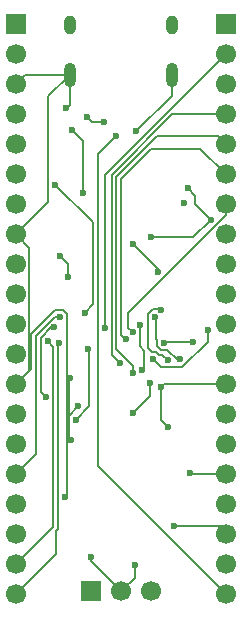
<source format=gbr>
%TF.GenerationSoftware,KiCad,Pcbnew,9.0.4*%
%TF.CreationDate,2025-10-30T00:52:22-04:00*%
%TF.ProjectId,DevBoard,44657642-6f61-4726-942e-6b696361645f,rev?*%
%TF.SameCoordinates,Original*%
%TF.FileFunction,Copper,L2,Bot*%
%TF.FilePolarity,Positive*%
%FSLAX46Y46*%
G04 Gerber Fmt 4.6, Leading zero omitted, Abs format (unit mm)*
G04 Created by KiCad (PCBNEW 9.0.4) date 2025-10-30 00:52:22*
%MOMM*%
%LPD*%
G01*
G04 APERTURE LIST*
%TA.AperFunction,HeatsinkPad*%
%ADD10O,1.000000X2.100000*%
%TD*%
%TA.AperFunction,HeatsinkPad*%
%ADD11O,1.000000X1.600000*%
%TD*%
%TA.AperFunction,ComponentPad*%
%ADD12R,1.700000X1.700000*%
%TD*%
%TA.AperFunction,ComponentPad*%
%ADD13C,1.700000*%
%TD*%
%TA.AperFunction,ViaPad*%
%ADD14C,0.600000*%
%TD*%
%TA.AperFunction,Conductor*%
%ADD15C,0.195000*%
%TD*%
G04 APERTURE END LIST*
D10*
%TO.P,J1,S1,SHIELD*%
%TO.N,GND*%
X104320000Y-80130000D03*
D11*
X104320000Y-75950000D03*
D10*
X95680000Y-80130000D03*
D11*
X95680000Y-75950000D03*
%TD*%
D12*
%TO.P,J4,1,Pin_1*%
%TO.N,SWCLK*%
X97460000Y-123890000D03*
D13*
%TO.P,J4,2,Pin_2*%
%TO.N,GND*%
X100000000Y-123890000D03*
%TO.P,J4,3,Pin_3*%
%TO.N,SWD*%
X102540000Y-123890000D03*
%TD*%
D12*
%TO.P,J2,1,Pin_1*%
%TO.N,GPIO0*%
X91110000Y-75870000D03*
D13*
%TO.P,J2,2,Pin_2*%
%TO.N,GPIO1*%
X91110000Y-78410000D03*
%TO.P,J2,3,Pin_3*%
%TO.N,GND*%
X91110000Y-80950000D03*
%TO.P,J2,4,Pin_4*%
%TO.N,GPIO2*%
X91110000Y-83490000D03*
%TO.P,J2,5,Pin_5*%
%TO.N,GPIO3*%
X91110000Y-86030000D03*
%TO.P,J2,6,Pin_6*%
%TO.N,GPIO4*%
X91110000Y-88570000D03*
%TO.P,J2,7,Pin_7*%
%TO.N,GPIO5*%
X91110000Y-91110000D03*
%TO.P,J2,8,Pin_8*%
%TO.N,GND*%
X91110000Y-93650000D03*
%TO.P,J2,9,Pin_9*%
%TO.N,GPIO6*%
X91110000Y-96190000D03*
%TO.P,J2,10,Pin_10*%
%TO.N,GPIO7*%
X91110000Y-98730000D03*
%TO.P,J2,11,Pin_11*%
%TO.N,GPIO8*%
X91110000Y-101270000D03*
%TO.P,J2,12,Pin_12*%
%TO.N,GPIO9*%
X91110000Y-103810000D03*
%TO.P,J2,13,Pin_13*%
%TO.N,GND*%
X91110000Y-106350000D03*
%TO.P,J2,14,Pin_14*%
%TO.N,GPIO10*%
X91110000Y-108890000D03*
%TO.P,J2,15,Pin_15*%
%TO.N,GPIO11*%
X91110000Y-111430000D03*
%TO.P,J2,16,Pin_16*%
%TO.N,GPIO12*%
X91110000Y-113970000D03*
%TO.P,J2,17,Pin_17*%
%TO.N,GPIO13*%
X91110000Y-116510000D03*
%TO.P,J2,18,Pin_18*%
%TO.N,GND*%
X91110000Y-119050000D03*
%TO.P,J2,19,Pin_19*%
%TO.N,GPIO14*%
X91110000Y-121590000D03*
%TO.P,J2,20,Pin_20*%
%TO.N,GPIO15*%
X91110000Y-124130000D03*
%TD*%
D12*
%TO.P,J3,1,Pin_1*%
%TO.N,GPIO16*%
X108890000Y-75870000D03*
D13*
%TO.P,J3,2,Pin_2*%
%TO.N,GPIO17*%
X108890000Y-78410000D03*
%TO.P,J3,3,Pin_3*%
%TO.N,GND*%
X108890000Y-80950000D03*
%TO.P,J3,4,Pin_4*%
%TO.N,GPIO18*%
X108890000Y-83490000D03*
%TO.P,J3,5,Pin_5*%
%TO.N,GPIO19*%
X108890000Y-86030000D03*
%TO.P,J3,6,Pin_6*%
%TO.N,GPIO20*%
X108890000Y-88570000D03*
%TO.P,J3,7,Pin_7*%
%TO.N,GPIO21*%
X108890000Y-91110000D03*
%TO.P,J3,8,Pin_8*%
%TO.N,GND*%
X108890000Y-93650000D03*
%TO.P,J3,9,Pin_9*%
%TO.N,GPIO22*%
X108890000Y-96190000D03*
%TO.P,J3,10,Pin_10*%
%TO.N,RUN*%
X108890000Y-98730000D03*
%TO.P,J3,11,Pin_11*%
%TO.N,GPIO26_ADC0*%
X108890000Y-101270000D03*
%TO.P,J3,12,Pin_12*%
%TO.N,GPIO27_ADC1*%
X108890000Y-103810000D03*
%TO.P,J3,13,Pin_13*%
%TO.N,GND*%
X108890000Y-106350000D03*
%TO.P,J3,14,Pin_14*%
%TO.N,GPIO28_ADC2*%
X108890000Y-108890000D03*
%TO.P,J3,15,Pin_15*%
%TO.N,GPIO29_ADC3*%
X108890000Y-111430000D03*
%TO.P,J3,16,Pin_16*%
%TO.N,+3V3*%
X108890000Y-113970000D03*
%TO.P,J3,17,Pin_17*%
%TO.N,GPIO23*%
X108890000Y-116510000D03*
%TO.P,J3,18,Pin_18*%
%TO.N,GND*%
X108890000Y-119050000D03*
%TO.P,J3,19,Pin_19*%
%TO.N,GPIO24*%
X108890000Y-121590000D03*
%TO.P,J3,20,Pin_20*%
%TO.N,VBUS*%
X108890000Y-124130000D03*
%TD*%
D14*
%TO.N,GND*%
X97440000Y-121000000D03*
X95350000Y-83000000D03*
X107640000Y-92420000D03*
X104480000Y-118360000D03*
X95810000Y-111080000D03*
X103375001Y-106620008D03*
X98597500Y-84150000D03*
X95282000Y-115930000D03*
X96392161Y-108183500D03*
X102581172Y-93928167D03*
X101166997Y-121672003D03*
X97148641Y-83717555D03*
X101319003Y-84930997D03*
X105689293Y-89769294D03*
X104030000Y-110010000D03*
X95671034Y-105850020D03*
%TO.N,+3V3*%
X94850000Y-95510000D03*
X105840000Y-113900000D03*
X102480000Y-106260000D03*
X95870000Y-84860000D03*
X95500000Y-97270000D03*
X101049000Y-108800000D03*
X96780000Y-90170000D03*
%TO.N,+1V1*%
X101010000Y-94450000D03*
X96173995Y-109378500D03*
X103130002Y-96866463D03*
X97197918Y-103366353D03*
%TO.N,VBUS*%
X99620000Y-85300000D03*
%TO.N,GPIO14*%
X93817500Y-102730000D03*
%TO.N,GPIO15*%
X94779278Y-102825703D03*
%TO.N,GPIO13*%
X93690000Y-107470000D03*
X94377497Y-101537497D03*
%TO.N,GPIO12*%
X94870000Y-100650000D03*
%TO.N,GPIO29_ADC3*%
X103957503Y-104322497D03*
X103412919Y-100107500D03*
%TO.N,GPIO28_ADC2*%
X105041089Y-104239960D03*
X102859779Y-100685458D03*
%TO.N,GPIO19*%
X101030000Y-105430000D03*
%TO.N,GPIO24*%
X101774735Y-105137812D03*
X101663780Y-101306069D03*
%TO.N,GPIO20*%
X100409213Y-102560636D03*
%TO.N,GPIO22*%
X102690000Y-104202945D03*
X107390000Y-101760000D03*
%TO.N,GPIO16*%
X96930000Y-100290000D03*
X94440000Y-89450000D03*
%TO.N,GPIO18*%
X99959299Y-104566186D03*
%TO.N,GPIO26_ADC0*%
X103670497Y-102869503D03*
X106120000Y-102790000D03*
%TO.N,GPIO21*%
X101002501Y-101967348D03*
%TO.N,GPIO17*%
X98633502Y-101603351D03*
%TO.N,QSPI_SS*%
X105370000Y-91020000D03*
%TD*%
D15*
%TO.N,GND*%
X95680000Y-80130000D02*
X91930000Y-80130000D01*
X101166997Y-122723003D02*
X100000000Y-123890000D01*
X91110000Y-93650000D02*
X93841500Y-90918500D01*
X91110000Y-106350000D02*
X92424000Y-105036000D01*
X92424000Y-105036000D02*
X92424000Y-102085971D01*
X105689293Y-89769294D02*
X106300000Y-90380001D01*
X92424000Y-102085971D02*
X94458471Y-100051500D01*
X92258500Y-105201500D02*
X92258500Y-94798500D01*
X93841500Y-81968500D02*
X95680000Y-80130000D01*
X108884225Y-118360000D02*
X104480000Y-118360000D01*
X91930000Y-80130000D02*
X91110000Y-80950000D01*
X95468500Y-100402093D02*
X95468500Y-115743500D01*
X98597500Y-84150000D02*
X97581086Y-84150000D01*
X102581172Y-93928167D02*
X106131833Y-93928167D01*
X97581086Y-84150000D02*
X97148641Y-83717555D01*
X95680000Y-82670000D02*
X95350000Y-83000000D01*
X108890000Y-119050000D02*
X108890000Y-118365775D01*
X95117907Y-100051500D02*
X95468500Y-100402093D01*
X108890000Y-118365775D02*
X108884225Y-118360000D01*
X106131833Y-93928167D02*
X107640000Y-92420000D01*
X95575495Y-110845495D02*
X95575495Y-105945559D01*
X103375001Y-109355001D02*
X103375001Y-106620008D01*
X104320000Y-81930000D02*
X104320000Y-80130000D01*
X103645009Y-106350000D02*
X108890000Y-106350000D01*
X106300000Y-90380001D02*
X106300000Y-91080000D01*
X95680000Y-80130000D02*
X95680000Y-82670000D01*
X103375001Y-106620008D02*
X103645009Y-106350000D01*
X95575495Y-110845495D02*
X95810000Y-111080000D01*
X91110000Y-106350000D02*
X92258500Y-105201500D01*
X95575495Y-109000166D02*
X95575495Y-110845495D01*
X97440000Y-121330000D02*
X100000000Y-123890000D01*
X93841500Y-90918500D02*
X93841500Y-81968500D01*
X97440000Y-121000000D02*
X97440000Y-121330000D01*
X94458471Y-100051500D02*
X95117907Y-100051500D01*
X92258500Y-94798500D02*
X91110000Y-93650000D01*
X104030000Y-110010000D02*
X103375001Y-109355001D01*
X101166997Y-121672003D02*
X101166997Y-122723003D01*
X106300000Y-91080000D02*
X107640000Y-92420000D01*
X101319003Y-84930997D02*
X104320000Y-81930000D01*
X95468500Y-115743500D02*
X95282000Y-115930000D01*
X96392161Y-108183500D02*
X95575495Y-109000166D01*
X95575495Y-105945559D02*
X95671034Y-105850020D01*
%TO.N,+3V3*%
X102480000Y-106260000D02*
X102480000Y-107369000D01*
X96780000Y-90170000D02*
X96780000Y-85770000D01*
X105910000Y-113970000D02*
X108890000Y-113970000D01*
X95500000Y-96160000D02*
X94850000Y-95510000D01*
X102480000Y-107369000D02*
X101049000Y-108800000D01*
X96780000Y-85770000D02*
X95870000Y-84860000D01*
X95500000Y-97270000D02*
X95500000Y-96160000D01*
X105840000Y-113900000D02*
X105910000Y-113970000D01*
%TO.N,+1V1*%
X97340000Y-108212495D02*
X96173995Y-109378500D01*
X101010000Y-94450000D02*
X103130002Y-96570002D01*
X103130002Y-96570002D02*
X103130002Y-96866463D01*
X97197918Y-103498418D02*
X97340000Y-103640500D01*
X97197918Y-103366353D02*
X97197918Y-103498418D01*
X97340000Y-103640500D02*
X97340000Y-108212495D01*
%TO.N,VBUS*%
X98036003Y-113276003D02*
X98036003Y-86883997D01*
X98036003Y-86883997D02*
X99620000Y-85300000D01*
X108890000Y-124130000D02*
X98036003Y-113276003D01*
%TO.N,GPIO14*%
X93817500Y-102730000D02*
X94288500Y-103201000D01*
X94288500Y-118411500D02*
X91110000Y-121590000D01*
X94288500Y-103201000D02*
X94288500Y-118411500D01*
%TO.N,GPIO15*%
X94500000Y-120740000D02*
X91110000Y-124130000D01*
X94779278Y-102825703D02*
X94626255Y-102978726D01*
X94626255Y-102978726D02*
X94684500Y-103036972D01*
X94684500Y-118575529D02*
X94500000Y-118760028D01*
X94500000Y-118760028D02*
X94500000Y-120740000D01*
X94684500Y-103036972D02*
X94684500Y-118575529D01*
%TO.N,GPIO13*%
X93220000Y-102410028D02*
X93220000Y-102737750D01*
X93216000Y-106996000D02*
X93690000Y-107470000D01*
X94377497Y-101537497D02*
X94092531Y-101537497D01*
X93220000Y-102737750D02*
X93216000Y-102741750D01*
X93216000Y-102741750D02*
X93216000Y-106996000D01*
X94092531Y-101537497D02*
X93220000Y-102410028D01*
%TO.N,GPIO12*%
X92820000Y-102250000D02*
X92820000Y-112260000D01*
X94870000Y-100650000D02*
X94420000Y-100650000D01*
X92820000Y-112260000D02*
X91110000Y-113970000D01*
X94420000Y-100650000D02*
X92820000Y-102250000D01*
%TO.N,GPIO29_ADC3*%
X103499009Y-103864003D02*
X103258561Y-103864003D01*
X103258561Y-103864003D02*
X103000004Y-103605445D01*
X102620689Y-103605445D02*
X102261279Y-103246035D01*
X102261279Y-100437551D02*
X102708830Y-99990000D01*
X102708830Y-99990000D02*
X103295419Y-99990000D01*
X103000004Y-103605445D02*
X102620689Y-103605445D01*
X103957503Y-104322497D02*
X103499009Y-103864003D01*
X102261279Y-103246035D02*
X102261279Y-100437551D01*
X103295419Y-99990000D02*
X103412919Y-100107500D01*
%TO.N,GPIO28_ADC2*%
X103422590Y-103468003D02*
X103918404Y-103468003D01*
X104719960Y-104239960D02*
X105041089Y-104239960D01*
X103071997Y-103117410D02*
X103422590Y-103468003D01*
X102859779Y-100685458D02*
X102970000Y-100795679D01*
X102970000Y-100795679D02*
X102970000Y-102490000D01*
X102970000Y-102490000D02*
X103086797Y-102606797D01*
X103086797Y-102606797D02*
X103071997Y-102621596D01*
X103933204Y-103453204D02*
X104719960Y-104239960D01*
X103071997Y-102621596D02*
X103071997Y-103117410D01*
X103918404Y-103468003D02*
X103933204Y-103453204D01*
%TO.N,GPIO19*%
X101030000Y-105430000D02*
X101030000Y-104791893D01*
X100205793Y-103967686D02*
X99628003Y-103389896D01*
X99628003Y-103389896D02*
X99628003Y-88792053D01*
X108220000Y-85360000D02*
X108890000Y-86030000D01*
X101030000Y-104791893D02*
X100557799Y-104319692D01*
X99628003Y-88792053D02*
X103060056Y-85360000D01*
X103060056Y-85360000D02*
X108220000Y-85360000D01*
X100557799Y-104318279D02*
X100207206Y-103967686D01*
X100557799Y-104319692D02*
X100557799Y-104318279D01*
X100207206Y-103967686D02*
X100205793Y-103967686D01*
%TO.N,GPIO24*%
X101956294Y-103501078D02*
X101600000Y-103144784D01*
X101774735Y-105137812D02*
X101956294Y-104956253D01*
X101600000Y-103144784D02*
X101600000Y-101369849D01*
X101956294Y-104956253D02*
X101956294Y-103501078D01*
X101600000Y-101369849D02*
X101663780Y-101306069D01*
%TO.N,GPIO20*%
X102554084Y-86426000D02*
X106746000Y-86426000D01*
X100394176Y-102545599D02*
X100024003Y-102175426D01*
X106746000Y-86426000D02*
X108890000Y-88570000D01*
X100024003Y-88956081D02*
X102554084Y-86426000D01*
X100024003Y-102175426D02*
X100024003Y-88956081D01*
%TO.N,GPIO22*%
X105206459Y-104920997D02*
X103408052Y-104920997D01*
X103408052Y-104920997D02*
X102690000Y-104202945D01*
X107390000Y-101760000D02*
X107390000Y-102737456D01*
X107390000Y-102737456D02*
X105206459Y-104920997D01*
%TO.N,GPIO16*%
X97640003Y-99579997D02*
X97640003Y-92650003D01*
X97640003Y-92650003D02*
X94440000Y-89450000D01*
X96930000Y-100290000D02*
X97640003Y-99579997D01*
%TO.N,GPIO18*%
X99232003Y-103838890D02*
X99959299Y-104566186D01*
X108890000Y-83490000D02*
X104370028Y-83490000D01*
X99232003Y-88628025D02*
X99232003Y-103838890D01*
X104370028Y-83490000D02*
X99232003Y-88628025D01*
%TO.N,GPIO26_ADC0*%
X106120000Y-102790000D02*
X103750000Y-102790000D01*
X103750000Y-102790000D02*
X103670497Y-102869503D01*
%TO.N,GPIO21*%
X100622500Y-100293275D02*
X108890000Y-92025775D01*
X100622500Y-101587347D02*
X100622500Y-100293275D01*
X101002501Y-101967348D02*
X100622500Y-101587347D01*
X108890000Y-92025775D02*
X108890000Y-91110000D01*
%TO.N,GPIO17*%
X98633502Y-101603351D02*
X98633502Y-88666498D01*
X98633502Y-88666498D02*
X108890000Y-78410000D01*
%TD*%
M02*

</source>
